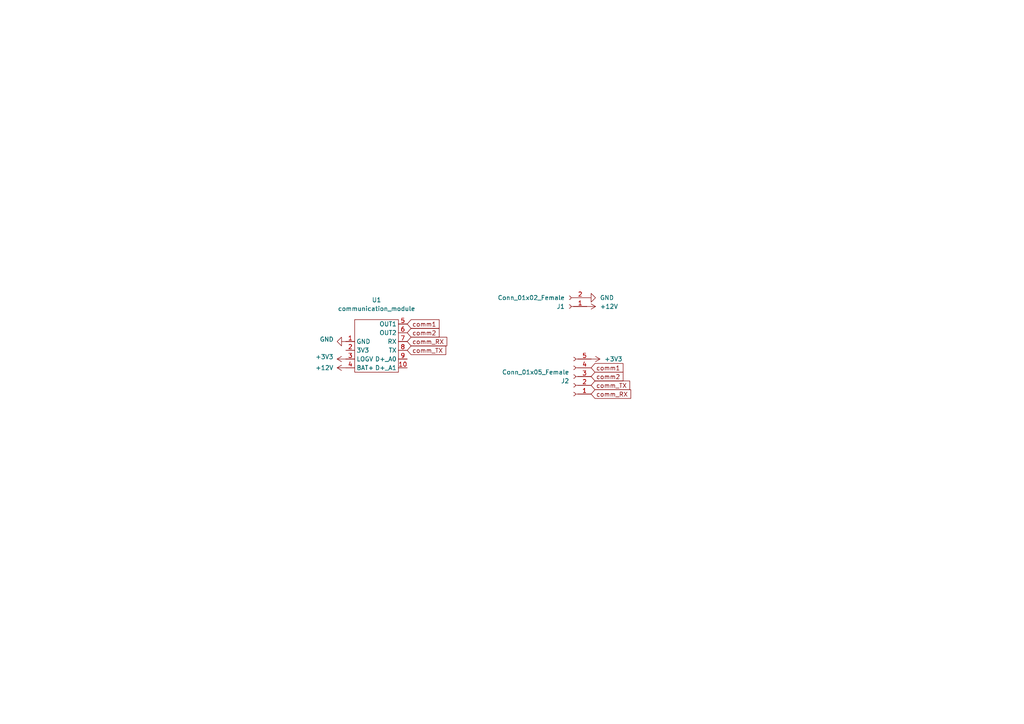
<source format=kicad_sch>
(kicad_sch (version 20211123) (generator eeschema)
  (paper "A4")
  (lib_symbols
    (symbol "Communication module:communication_module"
      (property "Reference" "U" (at 0 2.54 0))
      (property "Value" "communication_module" (at 0 0 0))
      (symbol "communication_module_0_1"
        (rectangle (start 6.35 -17.145) (end -6.35 -1.905))
      )
      (symbol "communication_module_1_1"
        (pin input line (at -8.89 -8.255 0) (length 2.54) (name "GND") (number "1"))
        (pin input line (at 8.89 -15.875 180) (length 2.54) (name "D+_A1") (number "10"))
        (pin input line (at -8.89 -10.795 0) (length 2.54) (name "3V3") (number "2"))
        (pin input line (at -8.89 -13.335 0) (length 2.54) (name "LOGV") (number "3"))
        (pin input line (at -8.89 -15.875 0) (length 2.54) (name "BAT+") (number "4"))
        (pin input line (at 8.89 -3.175 180) (length 2.54) (name "OUT1") (number "5"))
        (pin input line (at 8.89 -5.715 180) (length 2.54) (name "OUT2") (number "6"))
        (pin input line (at 8.89 -8.255 180) (length 2.54) (name "RX") (number "7"))
        (pin input line (at 8.89 -10.795 180) (length 2.54) (name "TX") (number "8"))
        (pin input line (at 8.89 -13.335 180) (length 2.54) (name "D+_A0") (number "9"))
      )
    )
    (symbol "Connector:Conn_01x02_Female" (pin_names (offset 1.016) hide)
      (property "Reference" "J" (at 0 2.54 0))
      (property "Value" "Conn_01x02_Female" (at 0 -5.08 0))
      (symbol "Conn_01x02_Female_1_1"
        (arc (start 0 -2.032) (mid -0.508 -2.54) (end 0 -3.048) (stroke (width 0.1524)))
        (polyline (pts (xy -1.27 -2.54) (xy -0.508 -2.54)) (stroke (width 0.1524)))
        (polyline (pts (xy -1.27 0) (xy -0.508 0)) (stroke (width 0.1524)))
        (arc (start 0 0.508) (mid -0.508 0) (end 0 -0.508) (stroke (width 0.1524)))
        (pin passive line (at -5.08 0 0) (length 3.81) (name "Pin_1") (number "1"))
        (pin passive line (at -5.08 -2.54 0) (length 3.81) (name "Pin_2") (number "2"))
      )
    )
    (symbol "Connector:Conn_01x05_Female" (pin_names (offset 1.016) hide)
      (property "Reference" "J" (at 0 7.62 0))
      (property "Value" "Conn_01x05_Female" (at 0 -7.62 0))
      (symbol "Conn_01x05_Female_1_1"
        (arc (start 0 -4.572) (mid -0.508 -5.08) (end 0 -5.588) (stroke (width 0.1524)))
        (arc (start 0 -2.032) (mid -0.508 -2.54) (end 0 -3.048) (stroke (width 0.1524)))
        (polyline (pts (xy -1.27 -5.08) (xy -0.508 -5.08)) (stroke (width 0.1524)))
        (polyline (pts (xy -1.27 -2.54) (xy -0.508 -2.54)) (stroke (width 0.1524)))
        (polyline (pts (xy -1.27 0) (xy -0.508 0)) (stroke (width 0.1524)))
        (polyline (pts (xy -1.27 2.54) (xy -0.508 2.54)) (stroke (width 0.1524)))
        (polyline (pts (xy -1.27 5.08) (xy -0.508 5.08)) (stroke (width 0.1524)))
        (arc (start 0 0.508) (mid -0.508 0) (end 0 -0.508) (stroke (width 0.1524)))
        (arc (start 0 3.048) (mid -0.508 2.54) (end 0 2.032) (stroke (width 0.1524)))
        (arc (start 0 5.588) (mid -0.508 5.08) (end 0 4.572) (stroke (width 0.1524)))
        (pin passive line (at -5.08 5.08 0) (length 3.81) (name "Pin_1") (number "1"))
        (pin passive line (at -5.08 2.54 0) (length 3.81) (name "Pin_2") (number "2"))
        (pin passive line (at -5.08 0 0) (length 3.81) (name "Pin_3") (number "3"))
        (pin passive line (at -5.08 -2.54 0) (length 3.81) (name "Pin_4") (number "4"))
        (pin passive line (at -5.08 -5.08 0) (length 3.81) (name "Pin_5") (number "5"))
      )
    )
    (symbol "power:+12V" (power) (pin_names (offset 0))
      (property "Value" "+12V" (at 0 3.556 0))
      (symbol "+12V_0_1"
        (polyline (pts (xy -0.762 1.27) (xy 0 2.54)))
        (polyline (pts (xy 0 0) (xy 0 2.54)))
        (polyline (pts (xy 0 2.54) (xy 0.762 1.27)))
      )
      (symbol "+12V_1_1"
        (pin power_in line (at 0 0 90) (length 0) hide (name "+12V") (number "1"))
      )
    )
    (symbol "power:+3V3" (power) (pin_names (offset 0))
      (property "Value" "+3V3" (at 0 3.556 0))
      (symbol "+3V3_0_1"
        (polyline (pts (xy -0.762 1.27) (xy 0 2.54)))
        (polyline (pts (xy 0 0) (xy 0 2.54)))
        (polyline (pts (xy 0 2.54) (xy 0.762 1.27)))
      )
      (symbol "+3V3_1_1"
        (pin power_in line (at 0 0 90) (length 0) hide (name "+3V3") (number "1"))
      )
    )
    (symbol "power:GND" (power) (pin_names (offset 0))
      (property "Value" "GND" (at 0 -3.81 0))
      (symbol "GND_0_1"
        (polyline (pts (xy 0 0) (xy 0 -1.27) (xy 1.27 -1.27) (xy 0 -2.54) (xy -1.27 -1.27) (xy 0 -1.27)))
      )
      (symbol "GND_1_1"
        (pin power_in line (at 0 0 270) (length 0) hide (name "GND") (number "1"))
      )
    )
  )
  (global_label "comm_TX" (shape input) (at 171.45 111.76 0) (property "Intersheet References" "${INTERSHEET_REFS}" (effects hide)))
  (global_label "comm1" (shape input) (at 171.45 106.68 0) (property "Intersheet References" "${INTERSHEET_REFS}" (effects hide)))
  (global_label "comm2" (shape input) (at 118.11 96.52 0) (property "Intersheet References" "${INTERSHEET_REFS}" (effects hide)))
  (global_label "comm2" (shape input) (at 171.45 109.22 0) (property "Intersheet References" "${INTERSHEET_REFS}" (effects hide)))
  (global_label "comm_RX" (shape input) (at 118.11 99.06 0) (property "Intersheet References" "${INTERSHEET_REFS}" (effects hide)))
  (global_label "comm_RX" (shape input) (at 171.45 114.3 0) (property "Intersheet References" "${INTERSHEET_REFS}" (effects hide)))
  (global_label "comm1" (shape input) (at 118.11 93.98 0) (property "Intersheet References" "${INTERSHEET_REFS}" (effects hide)))
  (global_label "comm_TX" (shape input) (at 118.11 101.6 0) (property "Intersheet References" "${INTERSHEET_REFS}" (effects hide)))
  (symbol (lib_id "power:+3V3") (at 171.45 104.14 270) (unit 1)
    (property "Reference" "#PWR0101" (effects hide))
    (property "Value" "+3V3" (at 175.26 104.1399 90) (effects (justify left)))
  )
  (symbol (lib_id "Communication module:communication_module") (at 109.22 90.805 0) (unit 1)
    (property "Reference" "U1" (at 109.22 86.995 0))
    (property "Value" "communication_module" (at 109.22 89.535 0))
    (property "Footprint" "comm:comm" (effects hide))
  )
  (symbol (lib_id "power:+3V3") (at 100.33 104.14 90) (unit 1)
    (property "Reference" "#PWR0102" (effects hide))
    (property "Value" "+3V3" (at 91.44 103.505 90) (effects (justify right)))
  )
  (symbol (lib_id "Connector:Conn_01x05_Female") (at 166.37 109.22 180) (unit 1)
    (property "Reference" "J2" (at 165.1 110.4901 0) (effects (justify left)))
    (property "Value" "Conn_01x05_Female" (at 165.1 107.9501 0) (effects (justify left)))
    (property "Footprint" "Connector_JST:JST_XH_S5B-XH-A_1x05_P2.50mm_Horizontal" (effects hide))
  )
  (symbol (lib_id "power:+12V") (at 100.33 106.68 90) (unit 1)
    (property "Reference" "#PWR0103" (effects hide))
    (property "Value" "+12V" (at 91.44 106.68 90) (effects (justify right)))
  )
  (symbol (lib_id "power:+12V") (at 170.18 88.9 270) (unit 1)
    (property "Reference" "#PWR0105" (effects hide))
    (property "Value" "+12V" (at 173.99 88.8999 90) (effects (justify left)))
  )
  (symbol (lib_id "power:GND") (at 170.18 86.36 90) (unit 1)
    (property "Reference" "#PWR0106" (effects hide))
    (property "Value" "GND" (at 173.99 86.3599 90) (effects (justify right)))
  )
  (symbol (lib_id "power:GND") (at 100.33 99.06 270) (unit 1)
    (property "Reference" "#PWR0104" (effects hide))
    (property "Value" "GND" (at 92.71 98.425 90) (effects (justify left)))
  )
  (symbol (lib_id "Connector:Conn_01x02_Female") (at 165.1 88.9 180) (unit 1)
    (property "Reference" "J1" (at 163.83 88.9001 0) (effects (justify left)))
    (property "Value" "Conn_01x02_Female" (at 163.83 86.3601 0) (effects (justify left)))
    (property "Footprint" "Connector_JST:JST_XH_S2B-XH-A_1x02_P2.50mm_Horizontal" (effects hide))
  )
)
</source>
